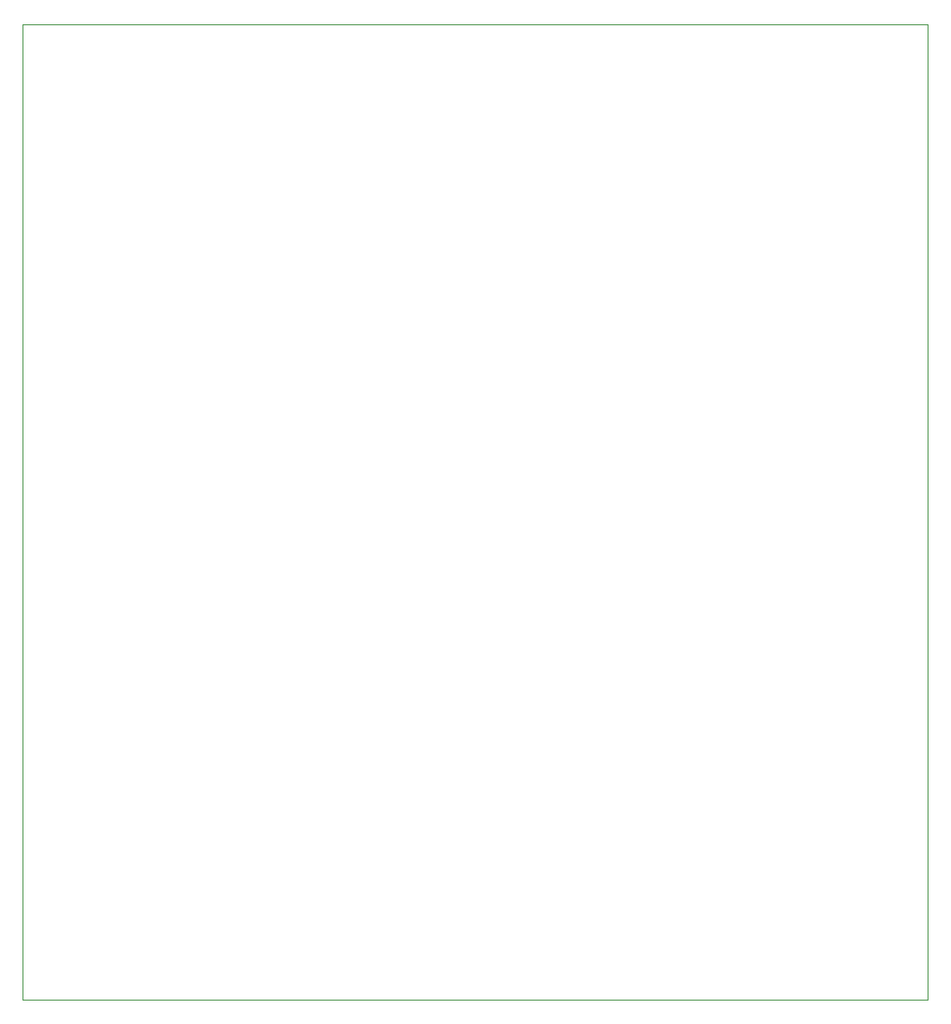
<source format=gbr>
G04 #@! TF.GenerationSoftware,KiCad,Pcbnew,(5.1.10)-1*
G04 #@! TF.CreationDate,2021-09-23T23:44:31-04:00*
G04 #@! TF.ProjectId,LoLin_Pro_Controller,4c6f4c69-6e5f-4507-926f-5f436f6e7472,v2*
G04 #@! TF.SameCoordinates,Original*
G04 #@! TF.FileFunction,Profile,NP*
%FSLAX46Y46*%
G04 Gerber Fmt 4.6, Leading zero omitted, Abs format (unit mm)*
G04 Created by KiCad (PCBNEW (5.1.10)-1) date 2021-09-23 23:44:31*
%MOMM*%
%LPD*%
G01*
G04 APERTURE LIST*
G04 #@! TA.AperFunction,Profile*
%ADD10C,0.050000*%
G04 #@! TD*
G04 APERTURE END LIST*
D10*
X115316000Y-133350000D02*
X115316000Y-41750000D01*
X200406000Y-133350000D02*
X115316000Y-133350000D01*
X200406000Y-41750000D02*
X200406000Y-133350000D01*
X115316000Y-41750000D02*
X200406000Y-41750000D01*
M02*

</source>
